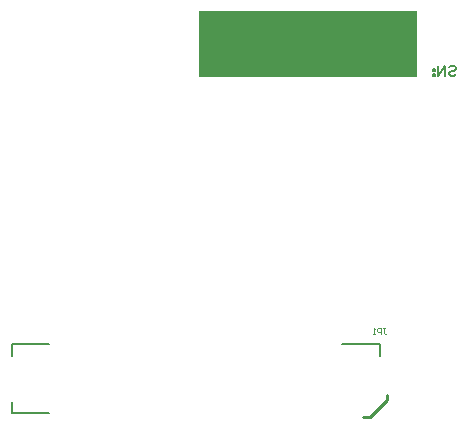
<source format=gbo>
%FSLAX25Y25*%
%MOIN*%
G70*
G01*
G75*
G04 Layer_Color=32896*
%ADD10R,0.03937X0.03937*%
%ADD11O,0.02362X0.08661*%
%ADD12R,0.02559X0.04331*%
%ADD13R,0.03937X0.03543*%
%ADD14R,0.03543X0.03937*%
%ADD15R,0.05118X0.07087*%
%ADD16R,0.03937X0.04331*%
%ADD17R,0.03937X0.03937*%
%ADD18R,0.04331X0.02559*%
%ADD19O,0.01378X0.06693*%
%ADD20O,0.06693X0.01772*%
%ADD21R,0.09449X0.03937*%
%ADD22R,0.09449X0.12992*%
%ADD23C,0.03000*%
%ADD24C,0.00700*%
%ADD25C,0.01969*%
%ADD26C,0.05000*%
%ADD27C,0.00800*%
%ADD28C,0.04000*%
%ADD29C,0.02000*%
%ADD30C,0.00787*%
%ADD31C,0.01500*%
%ADD32C,0.01000*%
%ADD33C,0.02500*%
%ADD34C,0.01969*%
%ADD35R,0.05906X0.05906*%
%ADD36C,0.05906*%
%ADD37C,0.07874*%
%ADD38C,0.03000*%
%ADD39R,0.01181X0.04331*%
%ADD40R,0.02756X0.05906*%
%ADD41R,0.06299X0.12205*%
%ADD42C,0.00984*%
%ADD43C,0.02362*%
%ADD44C,0.00500*%
%ADD45R,0.00600X0.00200*%
%ADD46R,0.01000X0.00200*%
%ADD47R,0.01600X0.00200*%
%ADD48R,0.01400X0.00200*%
%ADD49R,0.02000X0.00200*%
%ADD50R,0.02600X0.00200*%
%ADD51R,0.02400X0.00200*%
%ADD52R,0.03000X0.00200*%
%ADD53R,0.03400X0.00200*%
%ADD54R,0.00400X0.00200*%
%ADD55R,0.04000X0.00200*%
%ADD56R,0.04400X0.00200*%
%ADD57R,0.06800X0.00200*%
%ADD58R,0.06600X0.00200*%
%ADD59R,0.07000X0.00200*%
%ADD60R,0.07200X0.00200*%
%ADD61R,0.07600X0.00200*%
%ADD62R,0.07400X0.00200*%
%ADD63R,0.08000X0.00200*%
%ADD64R,0.07800X0.00200*%
%ADD65R,0.08400X0.00200*%
%ADD66R,0.09200X0.00200*%
%ADD67R,0.10200X0.00200*%
%ADD68R,0.10000X0.00200*%
%ADD69R,0.09800X0.00200*%
%ADD70R,0.10400X0.00200*%
%ADD71R,0.09000X0.00200*%
%ADD72R,0.19000X0.00200*%
%ADD73R,0.18600X0.00200*%
%ADD74R,0.18200X0.00200*%
%ADD75R,0.18400X0.00200*%
%ADD76R,0.19200X0.00200*%
%ADD77R,0.19400X0.00200*%
%ADD78R,0.19800X0.00200*%
%ADD79R,0.20000X0.00200*%
%ADD80R,0.20200X0.00200*%
%ADD81R,0.20600X0.00200*%
%ADD82R,0.21000X0.00200*%
%ADD83R,0.21400X0.00200*%
%ADD84R,0.21800X0.00200*%
%ADD85R,0.22200X0.00200*%
%ADD86R,0.04800X0.00200*%
%ADD87R,0.08600X0.00200*%
%ADD88R,0.03800X0.00200*%
%ADD89R,0.05800X0.00200*%
%ADD90R,0.02800X0.00200*%
%ADD91R,0.05000X0.00200*%
%ADD92R,0.01800X0.00200*%
%ADD93R,0.04600X0.00200*%
%ADD94R,0.04200X0.00200*%
%ADD95R,0.00800X0.00200*%
%ADD96R,0.05400X0.00200*%
%ADD97R,0.02200X0.00200*%
%ADD98R,0.06400X0.00200*%
%ADD99R,0.03600X0.00200*%
%ADD100R,0.01200X0.00200*%
%ADD101R,0.11800X0.00200*%
%ADD102R,0.11600X0.00200*%
%ADD103R,0.00200X0.00200*%
%ADD104C,0.00492*%
%ADD105C,0.00600*%
G04:AMPARAMS|DCode=106|XSize=78.74mil|YSize=78.74mil|CornerRadius=19.69mil|HoleSize=0mil|Usage=FLASHONLY|Rotation=0.000|XOffset=0mil|YOffset=0mil|HoleType=Round|Shape=RoundedRectangle|*
%AMROUNDEDRECTD106*
21,1,0.07874,0.03937,0,0,0.0*
21,1,0.03937,0.07874,0,0,0.0*
1,1,0.03937,0.01969,-0.01969*
1,1,0.03937,-0.01969,-0.01969*
1,1,0.03937,-0.01969,0.01969*
1,1,0.03937,0.01969,0.01969*
%
%ADD106ROUNDEDRECTD106*%
%ADD107R,0.04488X0.04488*%
%ADD108O,0.02913X0.09213*%
%ADD109R,0.03150X0.04921*%
%ADD110R,0.04488X0.04095*%
%ADD111R,0.04095X0.04488*%
%ADD112R,0.05669X0.07638*%
%ADD113R,0.04488X0.04882*%
%ADD114R,0.04488X0.04488*%
%ADD115R,0.04921X0.03150*%
%ADD116O,0.01929X0.07244*%
%ADD117O,0.07244X0.02323*%
%ADD118R,0.10000X0.04488*%
%ADD119R,0.10000X0.13543*%
%ADD120C,0.02520*%
%ADD121R,0.06457X0.06457*%
%ADD122C,0.06457*%
%ADD123C,0.19685*%
%ADD124C,0.03551*%
%ADD125R,0.00984X0.04134*%
%ADD126R,0.02559X0.05709*%
%ADD127R,0.06850X0.12756*%
%ADD128C,0.00709*%
%ADD129R,0.72835X0.22441*%
D30*
X684181Y245047D02*
X696583D01*
Y241110D02*
Y245047D01*
X574142Y221819D02*
X586346D01*
X574142D02*
Y225756D01*
Y241012D02*
Y245047D01*
X586248D01*
D32*
X690874Y220539D02*
X693236D01*
X698945Y226248D01*
Y228118D01*
D104*
X697688Y250268D02*
X698344D01*
X698016D01*
Y248628D01*
X698344Y248300D01*
X698672D01*
X699000Y248628D01*
X697032Y248300D02*
Y250268D01*
X696048D01*
X695720Y249940D01*
Y249284D01*
X696048Y248956D01*
X697032D01*
X695064Y248300D02*
X694408D01*
X694736D01*
Y250268D01*
X695064Y249940D01*
D128*
X719615Y337172D02*
X720205Y337763D01*
X721386D01*
X721976Y337172D01*
Y336582D01*
X721386Y335992D01*
X720205D01*
X719615Y335401D01*
Y334811D01*
X720205Y334221D01*
X721386D01*
X721976Y334811D01*
X718434Y334221D02*
Y337763D01*
X716073Y334221D01*
Y337763D01*
X714892Y336582D02*
X714302D01*
Y335992D01*
X714892D01*
Y336582D01*
Y334811D02*
X714302D01*
Y334221D01*
X714892D01*
Y334811D01*
D129*
X672567Y345047D02*
D03*
M02*

</source>
